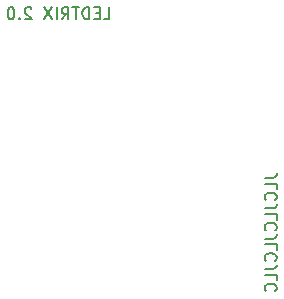
<source format=gbr>
G04 #@! TF.GenerationSoftware,KiCad,Pcbnew,(5.1.12-1-10_14)*
G04 #@! TF.CreationDate,2021-12-27T13:20:27-05:00*
G04 #@! TF.ProjectId,ledtrix,6c656474-7269-4782-9e6b-696361645f70,rev?*
G04 #@! TF.SameCoordinates,Original*
G04 #@! TF.FileFunction,Legend,Bot*
G04 #@! TF.FilePolarity,Positive*
%FSLAX46Y46*%
G04 Gerber Fmt 4.6, Leading zero omitted, Abs format (unit mm)*
G04 Created by KiCad (PCBNEW (5.1.12-1-10_14)) date 2021-12-27 13:20:27*
%MOMM*%
%LPD*%
G01*
G04 APERTURE LIST*
%ADD10C,0.150000*%
G04 APERTURE END LIST*
D10*
X207132380Y-79767942D02*
X207846666Y-79767942D01*
X207989523Y-79720323D01*
X208084761Y-79625085D01*
X208132380Y-79482228D01*
X208132380Y-79386990D01*
X208132380Y-80720323D02*
X208132380Y-80244132D01*
X207132380Y-80244132D01*
X208037142Y-81625085D02*
X208084761Y-81577466D01*
X208132380Y-81434609D01*
X208132380Y-81339370D01*
X208084761Y-81196513D01*
X207989523Y-81101275D01*
X207894285Y-81053656D01*
X207703809Y-81006037D01*
X207560952Y-81006037D01*
X207370476Y-81053656D01*
X207275238Y-81101275D01*
X207180000Y-81196513D01*
X207132380Y-81339370D01*
X207132380Y-81434609D01*
X207180000Y-81577466D01*
X207227619Y-81625085D01*
X207132380Y-82339370D02*
X207846666Y-82339370D01*
X207989523Y-82291751D01*
X208084761Y-82196513D01*
X208132380Y-82053656D01*
X208132380Y-81958418D01*
X208132380Y-83291751D02*
X208132380Y-82815561D01*
X207132380Y-82815561D01*
X208037142Y-84196513D02*
X208084761Y-84148894D01*
X208132380Y-84006037D01*
X208132380Y-83910799D01*
X208084761Y-83767942D01*
X207989523Y-83672704D01*
X207894285Y-83625085D01*
X207703809Y-83577466D01*
X207560952Y-83577466D01*
X207370476Y-83625085D01*
X207275238Y-83672704D01*
X207180000Y-83767942D01*
X207132380Y-83910799D01*
X207132380Y-84006037D01*
X207180000Y-84148894D01*
X207227619Y-84196513D01*
X207132380Y-84910799D02*
X207846666Y-84910799D01*
X207989523Y-84863180D01*
X208084761Y-84767942D01*
X208132380Y-84625085D01*
X208132380Y-84529847D01*
X208132380Y-85863180D02*
X208132380Y-85386990D01*
X207132380Y-85386990D01*
X208037142Y-86767942D02*
X208084761Y-86720323D01*
X208132380Y-86577466D01*
X208132380Y-86482228D01*
X208084761Y-86339370D01*
X207989523Y-86244132D01*
X207894285Y-86196513D01*
X207703809Y-86148894D01*
X207560952Y-86148894D01*
X207370476Y-86196513D01*
X207275238Y-86244132D01*
X207180000Y-86339370D01*
X207132380Y-86482228D01*
X207132380Y-86577466D01*
X207180000Y-86720323D01*
X207227619Y-86767942D01*
X207132380Y-87482228D02*
X207846666Y-87482228D01*
X207989523Y-87434609D01*
X208084761Y-87339370D01*
X208132380Y-87196513D01*
X208132380Y-87101275D01*
X208132380Y-88434609D02*
X208132380Y-87958418D01*
X207132380Y-87958418D01*
X208037142Y-89339370D02*
X208084761Y-89291751D01*
X208132380Y-89148894D01*
X208132380Y-89053656D01*
X208084761Y-88910799D01*
X207989523Y-88815561D01*
X207894285Y-88767942D01*
X207703809Y-88720323D01*
X207560952Y-88720323D01*
X207370476Y-88767942D01*
X207275238Y-88815561D01*
X207180000Y-88910799D01*
X207132380Y-89053656D01*
X207132380Y-89148894D01*
X207180000Y-89291751D01*
X207227619Y-89339370D01*
X193509523Y-66337370D02*
X193985714Y-66337370D01*
X193985714Y-65337370D01*
X193176190Y-65813561D02*
X192842857Y-65813561D01*
X192700000Y-66337370D02*
X193176190Y-66337370D01*
X193176190Y-65337370D01*
X192700000Y-65337370D01*
X192271428Y-66337370D02*
X192271428Y-65337370D01*
X192033333Y-65337370D01*
X191890476Y-65384990D01*
X191795238Y-65480228D01*
X191747619Y-65575466D01*
X191700000Y-65765942D01*
X191700000Y-65908799D01*
X191747619Y-66099275D01*
X191795238Y-66194513D01*
X191890476Y-66289751D01*
X192033333Y-66337370D01*
X192271428Y-66337370D01*
X191414285Y-65337370D02*
X190842857Y-65337370D01*
X191128571Y-66337370D02*
X191128571Y-65337370D01*
X189938095Y-66337370D02*
X190271428Y-65861180D01*
X190509523Y-66337370D02*
X190509523Y-65337370D01*
X190128571Y-65337370D01*
X190033333Y-65384990D01*
X189985714Y-65432609D01*
X189938095Y-65527847D01*
X189938095Y-65670704D01*
X189985714Y-65765942D01*
X190033333Y-65813561D01*
X190128571Y-65861180D01*
X190509523Y-65861180D01*
X189509523Y-66337370D02*
X189509523Y-65337370D01*
X189128571Y-65337370D02*
X188461904Y-66337370D01*
X188461904Y-65337370D02*
X189128571Y-66337370D01*
X187366666Y-65432609D02*
X187319047Y-65384990D01*
X187223809Y-65337370D01*
X186985714Y-65337370D01*
X186890476Y-65384990D01*
X186842857Y-65432609D01*
X186795238Y-65527847D01*
X186795238Y-65623085D01*
X186842857Y-65765942D01*
X187414285Y-66337370D01*
X186795238Y-66337370D01*
X186366666Y-66242132D02*
X186319047Y-66289751D01*
X186366666Y-66337370D01*
X186414285Y-66289751D01*
X186366666Y-66242132D01*
X186366666Y-66337370D01*
X185700000Y-65337370D02*
X185604761Y-65337370D01*
X185509523Y-65384990D01*
X185461904Y-65432609D01*
X185414285Y-65527847D01*
X185366666Y-65718323D01*
X185366666Y-65956418D01*
X185414285Y-66146894D01*
X185461904Y-66242132D01*
X185509523Y-66289751D01*
X185604761Y-66337370D01*
X185700000Y-66337370D01*
X185795238Y-66289751D01*
X185842857Y-66242132D01*
X185890476Y-66146894D01*
X185938095Y-65956418D01*
X185938095Y-65718323D01*
X185890476Y-65527847D01*
X185842857Y-65432609D01*
X185795238Y-65384990D01*
X185700000Y-65337370D01*
M02*

</source>
